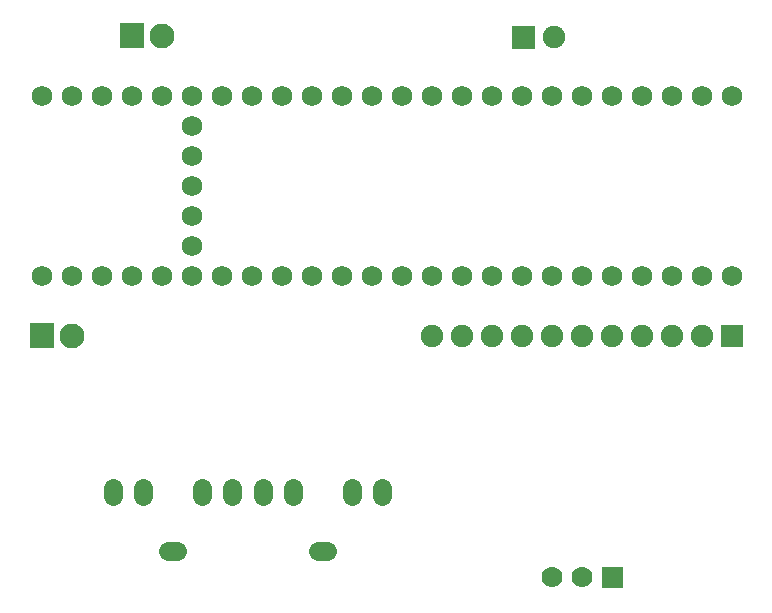
<source format=gbs>
G04 Layer: BottomSolderMaskLayer*
G04 EasyEDA v6.4.19.5, 2021-06-08T16:18:50+02:00*
G04 4e34ef463dd44b9695d7138247dbe7fd,563db0ff5b334ec4995e7372edb549dc,10*
G04 Gerber Generator version 0.2*
G04 Scale: 100 percent, Rotated: No, Reflected: No *
G04 Dimensions in millimeters *
G04 leading zeros omitted , absolute positions ,4 integer and 5 decimal *
%FSLAX45Y45*%
%MOMM*%

%ADD37C,1.6016*%
%ADD40C,2.1016*%
%ADD44C,1.9016*%
%ADD47C,1.7272*%
%ADD49C,1.7780*%
%ADD53C,1.9032*%

%LPD*%
D37*
X4652899Y9124200D02*
G01*
X4652899Y9054200D01*
X3652900Y9124200D02*
G01*
X3652900Y9054200D01*
X4402912Y9054200D02*
G01*
X4402912Y9124200D01*
X3902913Y9054200D02*
G01*
X3902913Y9124200D01*
X4117901Y8589200D02*
G01*
X4187901Y8589200D01*
X5922899Y9124200D02*
G01*
X5922899Y9054200D01*
X4922900Y9124200D02*
G01*
X4922900Y9054200D01*
X5672912Y9054200D02*
G01*
X5672912Y9124200D01*
X5172913Y9054200D02*
G01*
X5172913Y9124200D01*
X5387901Y8589200D02*
G01*
X5457901Y8589200D01*
G36*
X3704843Y12848844D02*
G01*
X3704843Y13059155D01*
X3915156Y13059155D01*
X3915156Y12848844D01*
G37*
D40*
G01*
X4064000Y12954000D03*
D44*
G01*
X7378700Y12941300D03*
G36*
X7029704Y12846304D02*
G01*
X7029704Y13036295D01*
X7219695Y13036295D01*
X7219695Y12846304D01*
G37*
G36*
X2942843Y10308844D02*
G01*
X2942843Y10519155D01*
X3153156Y10519155D01*
X3153156Y10308844D01*
G37*
D40*
G01*
X3302000Y10414000D03*
D47*
G01*
X8890000Y12446000D03*
G01*
X8636000Y12446000D03*
G01*
X8382000Y12446000D03*
G01*
X8128000Y12446000D03*
G01*
X7874000Y12446000D03*
G01*
X7620000Y12446000D03*
G01*
X7366000Y12446000D03*
G01*
X7112000Y12446000D03*
G01*
X6858000Y12446000D03*
G01*
X6604000Y12446000D03*
G01*
X6350000Y12446000D03*
G01*
X6096000Y12446000D03*
G01*
X5842000Y12446000D03*
G01*
X5588000Y12446000D03*
G01*
X5334000Y12446000D03*
G01*
X5080000Y12446000D03*
G01*
X4826000Y12446000D03*
G01*
X4572000Y12446000D03*
G01*
X4318000Y12446000D03*
G01*
X4064000Y12446000D03*
G01*
X3810000Y12446000D03*
G01*
X3556000Y12446000D03*
G01*
X3302000Y12446000D03*
G01*
X3048000Y12446000D03*
G01*
X3048000Y10922000D03*
G01*
X3302000Y10922000D03*
G01*
X3556000Y10922000D03*
G01*
X3810000Y10922000D03*
G01*
X4064000Y10922000D03*
G01*
X4318000Y10922000D03*
G01*
X4572000Y10922000D03*
G01*
X4826000Y10922000D03*
G01*
X5080000Y10922000D03*
G01*
X5334000Y10922000D03*
G01*
X5588000Y10922000D03*
G01*
X5842000Y10922000D03*
G01*
X6096000Y10922000D03*
G01*
X6350000Y10922000D03*
G01*
X6604000Y10922000D03*
G01*
X6858000Y10922000D03*
G01*
X7112000Y10922000D03*
G01*
X7366000Y10922000D03*
G01*
X7620000Y10922000D03*
G01*
X7874000Y10922000D03*
G01*
X8128000Y10922000D03*
G01*
X8382000Y10922000D03*
G01*
X8636000Y10922000D03*
G01*
X8890000Y10922000D03*
G01*
X4318000Y12192000D03*
G01*
X4318000Y11938000D03*
G01*
X4318000Y11684000D03*
G01*
X4318000Y11430000D03*
G01*
X4318000Y11176000D03*
D49*
G01*
X7366000Y8369300D03*
G01*
X7620000Y8369300D03*
G36*
X7785100Y8280400D02*
G01*
X7785100Y8458200D01*
X7962900Y8458200D01*
X7962900Y8280400D01*
G37*
G36*
X8794750Y10318750D02*
G01*
X8794750Y10509250D01*
X8985250Y10509250D01*
X8985250Y10318750D01*
G37*
D53*
G01*
X8636000Y10414000D03*
G01*
X8382000Y10414000D03*
G01*
X8128000Y10414000D03*
G01*
X7874000Y10414000D03*
G01*
X7620000Y10414000D03*
G01*
X7366000Y10414000D03*
G01*
X7112000Y10414000D03*
G01*
X6858000Y10414000D03*
G01*
X6604000Y10414000D03*
G01*
X6350000Y10414000D03*
M02*

</source>
